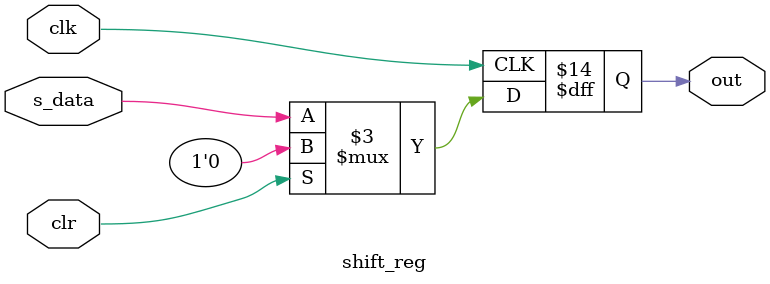
<source format=v>

module shift_reg(clk,s_data,clr,out);

input clk,s_data,clr;
output reg out;
reg r0,r1,r2;

always @(posedge clk)
begin
	if(clr)	begin r0=0; r1=0; r2=0; out=0; end
	else begin r0=s_data;
		   r1=r0;
	           r2=r1;
	           out=r2;
	     end
end
endmodule

</source>
